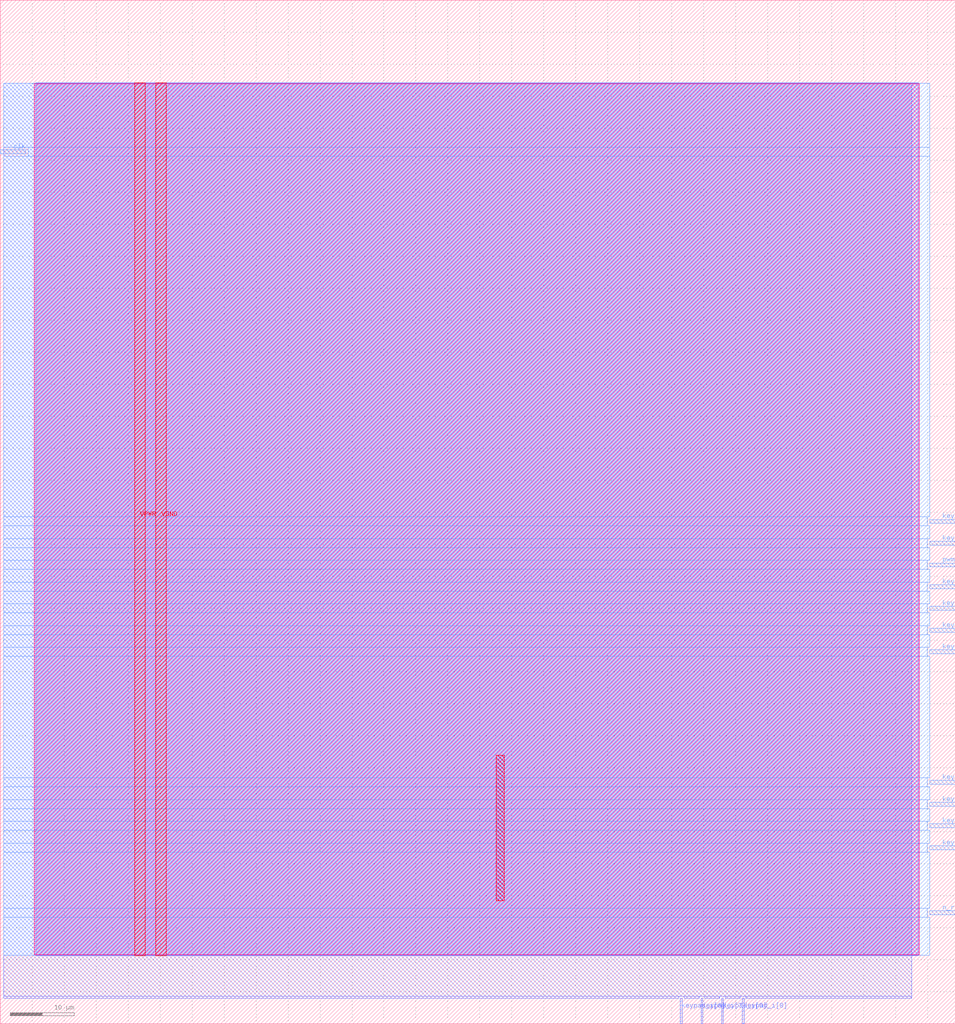
<source format=lef>
VERSION 5.7 ;
  NOWIREEXTENSIONATPIN ON ;
  DIVIDERCHAR "/" ;
  BUSBITCHARS "[]" ;
MACRO top
  CLASS BLOCK ;
  FOREIGN top ;
  ORIGIN 0.000 0.000 ;
  SIZE 149.320 BY 160.040 ;
  PIN VGND
    DIRECTION INOUT ;
    USE GROUND ;
    PORT
      LAYER met4 ;
        RECT 24.340 10.640 25.940 147.120 ;
    END
  END VGND
  PIN VPWR
    DIRECTION INOUT ;
    USE POWER ;
    PORT
      LAYER met4 ;
        RECT 21.040 10.640 22.640 147.120 ;
    END
  END VPWR
  PIN clk
    DIRECTION INPUT ;
    USE SIGNAL ;
    ANTENNAGATEAREA 0.852000 ;
    PORT
      LAYER met3 ;
        RECT 0.000 136.040 4.000 136.640 ;
    END
  END clk
  PIN keypad_i[0]
    DIRECTION INPUT ;
    USE SIGNAL ;
    ANTENNAGATEAREA 0.196500 ;
    PORT
      LAYER met3 ;
        RECT 145.320 78.240 149.320 78.840 ;
    END
  END keypad_i[0]
  PIN keypad_i[10]
    DIRECTION INPUT ;
    USE SIGNAL ;
    ANTENNAGATEAREA 0.196500 ;
    PORT
      LAYER met3 ;
        RECT 145.320 37.440 149.320 38.040 ;
    END
  END keypad_i[10]
  PIN keypad_i[11]
    DIRECTION INPUT ;
    USE SIGNAL ;
    ANTENNAGATEAREA 0.196500 ;
    PORT
      LAYER met3 ;
        RECT 145.320 34.040 149.320 34.640 ;
    END
  END keypad_i[11]
  PIN keypad_i[12]
    DIRECTION INPUT ;
    USE SIGNAL ;
    ANTENNAGATEAREA 0.196500 ;
    PORT
      LAYER met3 ;
        RECT 145.320 27.240 149.320 27.840 ;
    END
  END keypad_i[12]
  PIN keypad_i[13]
    DIRECTION INPUT ;
    USE SIGNAL ;
    ANTENNAGATEAREA 0.196500 ;
    PORT
      LAYER met3 ;
        RECT 145.320 30.640 149.320 31.240 ;
    END
  END keypad_i[13]
  PIN keypad_i[1]
    DIRECTION INPUT ;
    USE SIGNAL ;
    ANTENNAGATEAREA 0.196500 ;
    PORT
      LAYER met3 ;
        RECT 145.320 57.840 149.320 58.440 ;
    END
  END keypad_i[1]
  PIN keypad_i[2]
    DIRECTION INPUT ;
    USE SIGNAL ;
    ANTENNAGATEAREA 0.196500 ;
    PORT
      LAYER met3 ;
        RECT 145.320 74.840 149.320 75.440 ;
    END
  END keypad_i[2]
  PIN keypad_i[3]
    DIRECTION INPUT ;
    USE SIGNAL ;
    ANTENNAGATEAREA 0.196500 ;
    PORT
      LAYER met3 ;
        RECT 145.320 64.640 149.320 65.240 ;
    END
  END keypad_i[3]
  PIN keypad_i[4]
    DIRECTION INPUT ;
    USE SIGNAL ;
    ANTENNAGATEAREA 0.196500 ;
    PORT
      LAYER met3 ;
        RECT 145.320 61.240 149.320 61.840 ;
    END
  END keypad_i[4]
  PIN keypad_i[5]
    DIRECTION INPUT ;
    USE SIGNAL ;
    ANTENNAGATEAREA 0.196500 ;
    PORT
      LAYER met3 ;
        RECT 145.320 68.040 149.320 68.640 ;
    END
  END keypad_i[5]
  PIN keypad_i[6]
    DIRECTION INPUT ;
    USE SIGNAL ;
    ANTENNAGATEAREA 0.196500 ;
    PORT
      LAYER met2 ;
        RECT 106.350 0.000 106.630 4.000 ;
    END
  END keypad_i[6]
  PIN keypad_i[7]
    DIRECTION INPUT ;
    USE SIGNAL ;
    ANTENNAGATEAREA 0.196500 ;
    PORT
      LAYER met2 ;
        RECT 109.570 0.000 109.850 4.000 ;
    END
  END keypad_i[7]
  PIN keypad_i[8]
    DIRECTION INPUT ;
    USE SIGNAL ;
    ANTENNAGATEAREA 0.196500 ;
    PORT
      LAYER met2 ;
        RECT 116.010 0.000 116.290 4.000 ;
    END
  END keypad_i[8]
  PIN keypad_i[9]
    DIRECTION INPUT ;
    USE SIGNAL ;
    ANTENNAGATEAREA 0.196500 ;
    PORT
      LAYER met2 ;
        RECT 112.790 0.000 113.070 4.000 ;
    END
  END keypad_i[9]
  PIN n_rst
    DIRECTION INPUT ;
    USE SIGNAL ;
    ANTENNAGATEAREA 0.196500 ;
    PORT
      LAYER met3 ;
        RECT 145.320 17.040 149.320 17.640 ;
    END
  END n_rst
  PIN pwm
    DIRECTION OUTPUT ;
    USE SIGNAL ;
    ANTENNADIFFAREA 0.445500 ;
    PORT
      LAYER met3 ;
        RECT 145.320 71.440 149.320 72.040 ;
    END
  END pwm
  OBS
      LAYER nwell ;
        RECT 5.330 10.795 143.710 146.965 ;
      LAYER li1 ;
        RECT 5.520 10.795 143.520 146.965 ;
      LAYER met1 ;
        RECT 5.520 10.640 143.520 147.120 ;
      LAYER met2 ;
        RECT 0.550 4.280 142.500 147.065 ;
        RECT 0.550 4.000 106.070 4.280 ;
        RECT 106.910 4.000 109.290 4.280 ;
        RECT 110.130 4.000 112.510 4.280 ;
        RECT 113.350 4.000 115.730 4.280 ;
        RECT 116.570 4.000 142.500 4.280 ;
      LAYER met3 ;
        RECT 0.525 137.040 145.320 147.045 ;
        RECT 4.400 135.640 145.320 137.040 ;
        RECT 0.525 79.240 145.320 135.640 ;
        RECT 0.525 77.840 144.920 79.240 ;
        RECT 0.525 75.840 145.320 77.840 ;
        RECT 0.525 74.440 144.920 75.840 ;
        RECT 0.525 72.440 145.320 74.440 ;
        RECT 0.525 71.040 144.920 72.440 ;
        RECT 0.525 69.040 145.320 71.040 ;
        RECT 0.525 67.640 144.920 69.040 ;
        RECT 0.525 65.640 145.320 67.640 ;
        RECT 0.525 64.240 144.920 65.640 ;
        RECT 0.525 62.240 145.320 64.240 ;
        RECT 0.525 60.840 144.920 62.240 ;
        RECT 0.525 58.840 145.320 60.840 ;
        RECT 0.525 57.440 144.920 58.840 ;
        RECT 0.525 38.440 145.320 57.440 ;
        RECT 0.525 37.040 144.920 38.440 ;
        RECT 0.525 35.040 145.320 37.040 ;
        RECT 0.525 33.640 144.920 35.040 ;
        RECT 0.525 31.640 145.320 33.640 ;
        RECT 0.525 30.240 144.920 31.640 ;
        RECT 0.525 28.240 145.320 30.240 ;
        RECT 0.525 26.840 144.920 28.240 ;
        RECT 0.525 18.040 145.320 26.840 ;
        RECT 0.525 16.640 144.920 18.040 ;
        RECT 0.525 10.715 145.320 16.640 ;
      LAYER met4 ;
        RECT 77.575 19.215 78.825 41.985 ;
  END
END top
END LIBRARY


</source>
